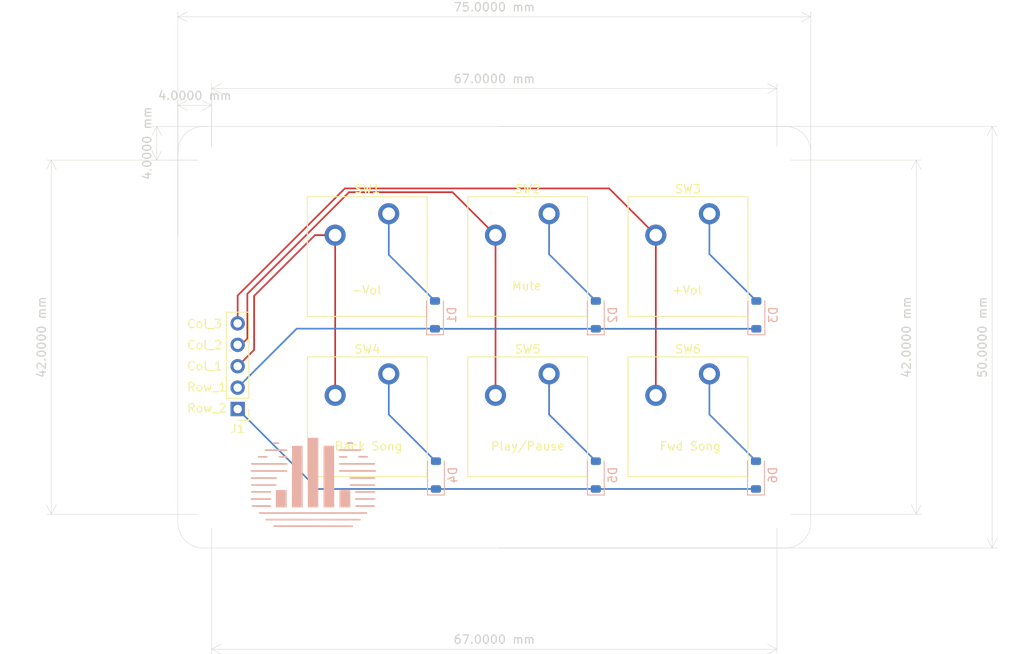
<source format=kicad_pcb>
(kicad_pcb (version 20240108) (generator "pcbnew") (generator_version "8.0")
  (layers (0 "F.Cu" signal) (31 "B.Cu" signal) (34 "B.Paste" user) (35 "F.Paste" user) (36 "B.SilkS" user "B.Silkscreen") (37 "F.SilkS" user "F.Silkscreen") (38 "B.Mask" user) (39 "F.Mask" user) (44 "Edge.Cuts" user))
  (net 0 "")
  (footprint "PCM_Switch_Keyboard_Cherry_MX:SW_Cherry_MX_PCB_1.00u" (layer "F.Cu") (at 171.95125 106.43)
    (property "Reference" "SW6" (at 0 -8 0) (layer "F.SilkS"))
    (property "Value" "SW_Push_45deg")
    (pad "" np_thru_hole circle (at -5.08 0) (size 1.75 1.75) (drill 1.75) (layers "F&B.Cu" "*.Mask"))
    (pad "" np_thru_hole circle (at 0 0) (size 4 4) (drill 4) (layers "F&B.Cu" "*.Mask"))
    (pad "" np_thru_hole circle (at 5.08 0) (size 1.75 1.75) (drill 1.75) (layers "F&B.Cu" "*.Mask"))
    (pad "1" thru_hole circle (at -3.81 -2.54) (size 2.5 2.5) (drill 1.5) (layers "*.Cu" "*.Mask"))
    (pad "2" thru_hole circle (at 2.54 -5.08) (size 2.5 2.5) (drill 1.5) (layers "*.Cu" "*.Mask"))
  )
  (footprint "PCM_Switch_Keyboard_Cherry_MX:SW_Cherry_MX_PCB_1.00u" (layer "F.Cu") (at 133.94125 87.43)
    (property "Reference" "SW1" (at 0 -8 0) (layer "F.SilkS"))
    (property "Value" "SW_Push_45deg")
    (pad "" np_thru_hole circle (at -5.08 0) (size 1.75 1.75) (drill 1.75) (layers "F&B.Cu" "*.Mask"))
    (pad "" np_thru_hole circle (at 0 0) (size 4 4) (drill 4) (layers "F&B.Cu" "*.Mask"))
    (pad "" np_thru_hole circle (at 5.08 0) (size 1.75 1.75) (drill 1.75) (layers "F&B.Cu" "*.Mask"))
    (pad "1" thru_hole circle (at -3.81 -2.54) (size 2.5 2.5) (drill 1.5) (layers "*.Cu" "*.Mask"))
    (pad "2" thru_hole circle (at 2.54 -5.08) (size 2.5 2.5) (drill 1.5) (layers "*.Cu" "*.Mask"))
  )
  (footprint "MountingHole:MountingHole_3.2mm_M3" (layer "F.Cu") (at 182.5 118)
    (property "Reference" "H4" (hide yes))
    (property "Value" "MountingHole")
    (pad "" np_thru_hole circle (at 0 0) (size 3.2 3.2) (drill 3.2) (layers "F&B.Cu" "*.Mask"))
  )
  (footprint "PCM_Switch_Keyboard_Cherry_MX:SW_Cherry_MX_PCB_1.00u" (layer "F.Cu") (at 171.95125 87.43)
    (property "Reference" "SW3" (at 0 -8 0) (layer "F.SilkS"))
    (property "Value" "SW_Push_45deg")
    (pad "" np_thru_hole circle (at -5.08 0) (size 1.75 1.75) (drill 1.75) (layers "F&B.Cu" "*.Mask"))
    (pad "" np_thru_hole circle (at 0 0) (size 4 4) (drill 4) (layers "F&B.Cu" "*.Mask"))
    (pad "" np_thru_hole circle (at 5.08 0) (size 1.75 1.75) (drill 1.75) (layers "F&B.Cu" "*.Mask"))
    (pad "1" thru_hole circle (at -3.81 -2.54) (size 2.5 2.5) (drill 1.5) (layers "*.Cu" "*.Mask"))
    (pad "2" thru_hole circle (at 2.54 -5.08) (size 2.5 2.5) (drill 1.5) (layers "*.Cu" "*.Mask"))
  )
  (footprint "PCM_Switch_Keyboard_Cherry_MX:SW_Cherry_MX_PCB_1.00u" (layer "F.Cu") (at 152.95125 87.43)
    (property "Reference" "SW2" (at 0 -8 0) (layer "F.SilkS"))
    (property "Value" "SW_Push_45deg")
    (pad "" np_thru_hole circle (at -5.08 0) (size 1.75 1.75) (drill 1.75) (layers "F&B.Cu" "*.Mask"))
    (pad "" np_thru_hole circle (at 0 0) (size 4 4) (drill 4) (layers "F&B.Cu" "*.Mask"))
    (pad "" np_thru_hole circle (at 5.08 0) (size 1.75 1.75) (drill 1.75) (layers "F&B.Cu" "*.Mask"))
    (pad "1" thru_hole circle (at -3.81 -2.54) (size 2.5 2.5) (drill 1.5) (layers "*.Cu" "*.Mask"))
    (pad "2" thru_hole circle (at 2.54 -5.08) (size 2.5 2.5) (drill 1.5) (layers "*.Cu" "*.Mask"))
  )
  (footprint "MountingHole:MountingHole_3.2mm_M3" (layer "F.Cu") (at 182.5 76)
    (property "Reference" "H1" (hide yes))
    (property "Value" "MountingHole")
    (pad "" np_thru_hole circle (at 0 0) (size 3.2 3.2) (drill 3.2) (layers "F&B.Cu" "*.Mask"))
  )
  (footprint "PCM_Switch_Keyboard_Cherry_MX:SW_Cherry_MX_PCB_1.00u" (layer "F.Cu") (at 152.95125 106.43)
    (property "Reference" "SW5" (at 0 -8 0) (layer "F.SilkS"))
    (property "Value" "SW_Push_45deg")
    (pad "" np_thru_hole circle (at -5.08 0) (size 1.75 1.75) (drill 1.75) (layers "F&B.Cu" "*.Mask"))
    (pad "" np_thru_hole circle (at 0 0) (size 4 4) (drill 4) (layers "F&B.Cu" "*.Mask"))
    (pad "" np_thru_hole circle (at 5.08 0) (size 1.75 1.75) (drill 1.75) (layers "F&B.Cu" "*.Mask"))
    (pad "1" thru_hole circle (at -3.81 -2.54) (size 2.5 2.5) (drill 1.5) (layers "*.Cu" "*.Mask"))
    (pad "2" thru_hole circle (at 2.54 -5.08) (size 2.5 2.5) (drill 1.5) (layers "*.Cu" "*.Mask"))
  )
  (footprint "PCM_Switch_Keyboard_Cherry_MX:SW_Cherry_MX_PCB_1.00u" (layer "F.Cu") (at 133.95125 106.43)
    (property "Reference" "SW4" (at 0 -8 0) (layer "F.SilkS"))
    (property "Value" "SW_Push_45deg")
    (pad "" np_thru_hole circle (at -5.08 0) (size 1.75 1.75) (drill 1.75) (layers "F&B.Cu" "*.Mask"))
    (pad "" np_thru_hole circle (at 0 0) (size 4 4) (drill 4) (layers "F&B.Cu" "*.Mask"))
    (pad "" np_thru_hole circle (at 5.08 0) (size 1.75 1.75) (drill 1.75) (layers "F&B.Cu" "*.Mask"))
    (pad "1" thru_hole circle (at -3.81 -2.54) (size 2.5 2.5) (drill 1.5) (layers "*.Cu" "*.Mask"))
    (pad "2" thru_hole circle (at 2.54 -5.08) (size 2.5 2.5) (drill 1.5) (layers "*.Cu" "*.Mask"))
  )
  (footprint "Connector_PinHeader_2.54mm:PinHeader_1x05_P2.54mm_Vertical" (layer "F.Cu") (at 118.58125 105.52 180)
    (property "Reference" "J1" (at 0 -2.33 180) (layer "F.SilkS"))
    (property "Value" "Conn_01x05_Pin")
    (pad "1" thru_hole rect (at 0 0 180) (size 1.7 1.7) (drill 1) (layers "*.Cu" "*.Mask"))
    (pad "2" thru_hole oval (at 0 2.54 180) (size 1.7 1.7) (drill 1) (layers "*.Cu" "*.Mask"))
    (pad "3" thru_hole oval (at 0 5.08 180) (size 1.7 1.7) (drill 1) (layers "*.Cu" "*.Mask"))
    (pad "4" thru_hole oval (at 0 7.62 180) (size 1.7 1.7) (drill 1) (layers "*.Cu" "*.Mask"))
    (pad "5" thru_hole oval (at 0 10.16 180) (size 1.7 1.7) (drill 1) (layers "*.Cu" "*.Mask"))
  )
  (footprint "MountingHole:MountingHole_3.2mm_M3" (layer "F.Cu") (at 115.5 118)
    (property "Reference" "H3" (hide yes))
    (property "Value" "MountingHole")
    (pad "" np_thru_hole circle (at 0 0) (size 3.2 3.2) (drill 3.2) (layers "F&B.Cu" "*.Mask"))
  )
  (footprint "MountingHole:MountingHole_3.2mm_M3" (layer "F.Cu") (at 115.5 76)
    (property "Reference" "H2" (hide yes))
    (property "Value" "MountingHole")
    (pad "" np_thru_hole circle (at 0 0) (size 3.2 3.2) (drill 3.2) (layers "F&B.Cu" "*.Mask"))
  )
  (footprint "Diode_SMD:D_SOD-123" (layer "B.Cu") (at 142.08125 113.35 90)
    (property "Reference" "D4" (at 0 2 -90) (layer "B.SilkS") (effects (justify mirror)))
    (property "Value" "1N4148W")
    (pad "1" smd roundrect (at -1.65 0 90) (size 0.9 1.2) (layers "B.Cu" "B.Paste" "B.Mask"))
    (pad "2" smd roundrect (at 1.65 0 90) (size 0.9 1.2) (layers "B.Cu" "B.Paste" "B.Mask"))
  )
  (footprint "Pics_&_CustomParts:Logo" (layer "B.Cu") (at 127.5 114 180)
    (property "Reference" "G***" (hide yes))
    (property "Value" "LOGO" (hide yes))
  )
  (footprint "Diode_SMD:D_SOD-123" (layer "B.Cu") (at 180.00875 113.35 90)
    (property "Reference" "D6" (at 0 2 -90) (layer "B.SilkS") (effects (justify mirror)))
    (property "Value" "1N4148W")
    (pad "1" smd roundrect (at -1.65 0 90) (size 0.9 1.2) (layers "B.Cu" "B.Paste" "B.Mask"))
    (pad "2" smd roundrect (at 1.65 0 90) (size 0.9 1.2) (layers "B.Cu" "B.Paste" "B.Mask"))
  )
  (footprint "Diode_SMD:D_SOD-123" (layer "B.Cu") (at 180.05625 94.35 90)
    (property "Reference" "D3" (at 0 2 -90) (layer "B.SilkS") (effects (justify mirror)))
    (property "Value" "1N4148W")
    (pad "1" smd roundrect (at -1.65 0 90) (size 0.9 1.2) (layers "B.Cu" "B.Paste" "B.Mask"))
    (pad "2" smd roundrect (at 1.65 0 90) (size 0.9 1.2) (layers "B.Cu" "B.Paste" "B.Mask"))
  )
  (footprint "Diode_SMD:D_SOD-123" (layer "B.Cu") (at 141.96875 94.35 90)
    (property "Reference" "D1" (at 0 2 -90) (layer "B.SilkS") (effects (justify mirror)))
    (property "Value" "1N4148W")
    (pad "1" smd roundrect (at -1.65 0 90) (size 0.9 1.2) (layers "B.Cu" "B.Paste" "B.Mask"))
    (pad "2" smd roundrect (at 1.65 0 90) (size 0.9 1.2) (layers "B.Cu" "B.Paste" "B.Mask"))
  )
  (footprint "Diode_SMD:D_SOD-123" (layer "B.Cu") (at 161.03125 94.35 90)
    (property "Reference" "D2" (at 0 2 -90) (layer "B.SilkS") (effects (justify mirror)))
    (property "Value" "1N4148W")
    (pad "1" smd roundrect (at -1.65 0 90) (size 0.9 1.2) (layers "B.Cu" "B.Paste" "B.Mask"))
    (pad "2" smd roundrect (at 1.65 0 90) (size 0.9 1.2) (layers "B.Cu" "B.Paste" "B.Mask"))
  )
  (footprint "Diode_SMD:D_SOD-123" (layer "B.Cu") (at 161.03125 113.35 90)
    (property "Reference" "D5" (at 0 2 -90) (layer "B.SilkS") (effects (justify mirror)))
    (property "Value" "1N4148W")
    (pad "1" smd roundrect (at -1.65 0 90) (size 0.9 1.2) (layers "B.Cu" "B.Paste" "B.Mask"))
    (pad "2" smd roundrect (at 1.65 0 90) (size 0.9 1.2) (layers "B.Cu" "B.Paste" "B.Mask"))
  )
  (gr_line (start 183.5 122) (end 114.5 122) (stroke (width 0.05)) (layer "Edge.Cuts"))
  (gr_line (start 114.5 72) (end 183.5 72) (stroke (width 0.05)) (layer "Edge.Cuts"))
  (gr_line (start 111.5 75) (end 111.5 119) (stroke (width 0.05)) (layer "Edge.Cuts"))
  (gr_arc (start 183.5 72) (mid 185.62132 72.87868) (end 186.5 75) (stroke (width 0.05)) (layer "Edge.Cuts"))
  (gr_arc (start 111.5 75) (mid 112.37868 72.87868) (end 114.5 72) (stroke (width 0.05)) (layer "Edge.Cuts"))
  (gr_arc (start 114.5 122) (mid 112.37868 121.12132) (end 111.5 119) (stroke (width 0.05)) (layer "Edge.Cuts"))
  (gr_line (start 186.5 75) (end 186.5 119) (stroke (width 0.05)) (layer "Edge.Cuts"))
  (gr_arc (start 186.5 119) (mid 185.62132 121.12132) (end 183.5 122) (stroke (width 0.05)) (layer "Edge.Cuts"))
  (gr_text "+Vol" (at 170 92 0) (layer "F.SilkS") (effects (font (size 1 1)) (justify left bottom)))
  (gr_text "-Vol" (at 132 92 0) (layer "F.SilkS") (effects (font (size 1 1)) (justify left bottom)))
  (gr_text "Fwd Song\n" (at 168.5 110.5 0) (layer "F.SilkS") (effects (font (size 1 1)) (justify left bottom)))
  (gr_text "Play/Pause" (at 148.5 110.5 0) (layer "F.SilkS") (effects (font (size 1 1)) (justify left bottom)))
  (gr_text "Col_3" (at 112.5 96 0) (layer "F.SilkS") (effects (font (size 1 1)) (justify left bottom)))
  (gr_text "Col_1\n" (at 112.5 101 0) (layer "F.SilkS") (effects (font (size 1 1)) (justify left bottom)))
  (gr_text "Back Song" (at 130 110.5 0) (layer "F.SilkS") (effects (font (size 1 1)) (justify left bottom)))
  (gr_text "Col_2\n" (at 112.5 98.5 0) (layer "F.SilkS") (effects (font (size 1 1)) (justify left bottom)))
  (gr_text "Row_1\n" (at 112.5 103.5 0) (layer "F.SilkS") (effects (font (size 1 1)) (justify left bottom)))
  (gr_text "Mute" (at 151 91.5 0) (layer "F.SilkS") (effects (font (size 1 1)) (justify left bottom)))
  (gr_text "Row_2" (at 112.5 106 0) (layer "F.SilkS") (effects (font (size 1 1)) (justify left bottom)))
  (dimension (type aligned) (layer "Edge.Cuts") (pts (xy 111.5 85.5) (xy 186.5 85.5)) (height -26.5) (gr_text "75.0000 mm" (at 149 57.85 0) (layer "Edge.Cuts") (effects (font (size 1 1) (thickness 0.15)))) (format (prefix "") (suffix "") (units 3) (units_format 1) (precision 4)) (style (thickness 0.05) (arrow_length 1.27) (text_position_mode 0) (extension_height 0.58642) (extension_offset 0.5) keep_text_aligned))
  (dimension (type aligned) (layer "Edge.Cuts") (pts (xy 115.5 76) (xy 111.5 76)) (height 6.5) (gr_text "4.0000 mm" (at 113.5 68.35 0) (layer "Edge.Cuts") (effects (font (size 1 1) (thickness 0.15)))) (format (prefix "") (suffix "") (units 3) (units_format 1) (precision 4)) (style (thickness 0.05) (arrow_length 1.27) (text_position_mode 0) (extension_height 0.58642) (extension_offset 0.5) keep_text_aligned))
  (dimension (type aligned) (layer "Edge.Cuts") (pts (xy 115.5 76) (xy 115.5 118)) (height 19) (gr_text "42.0000 mm" (at 95.35 97 90) (layer "Edge.Cuts") (effects (font (size 1 1) (thickness 0.15)))) (format (prefix "") (suffix "") (units 3) (units_format 1) (precision 4)) (style (thickness 0.05) (arrow_length 1.27) (text_position_mode 0) (extension_height 0.58642) (extension_offset 0.5) keep_text_aligned))
  (dimension (type aligned) (layer "Edge.Cuts") (pts (xy 182.5 118) (xy 115.5 118)) (height -16) (gr_text "67.0000 mm" (at 149 132.85 0) (layer "Edge.Cuts") (effects (font (size 1 1) (thickness 0.15)))) (format (prefix "") (suffix "") (units 3) (units_format 1) (precision 4)) (style (thickness 0.05) (arrow_length 1.27) (text_position_mode 0) (extension_height 0.58642) (extension_offset 0.5) keep_text_aligned))
  (dimension (type aligned) (layer "Edge.Cuts") (pts (xy 115.5 76) (xy 115.5 72)) (height -6.5) (gr_text "4.0000 mm" (at 107.85 74 90) (layer "Edge.Cuts") (effects (font (size 1 1) (thickness 0.15)))) (format (prefix "") (suffix "") (units 3) (units_format 1) (precision 4)) (style (thickness 0.05) (arrow_length 1.27) (text_position_mode 0) (extension_height 0.58642) (extension_offset 0.5) keep_text_aligned))
  (dimension (type aligned) (layer "Edge.Cuts") (pts (xy 149 72) (xy 149 122)) (height -59) (gr_text "50.0000 mm" (at 206.85 97 90) (layer "Edge.Cuts") (effects (font (size 1 1) (thickness 0.15)))) (format (prefix "") (suffix "") (units 3) (units_format 1) (precision 4)) (style (thickness 0.05) (arrow_length 1.27) (text_position_mode 0) (extension_height 0.58642) (extension_offset 0.5) keep_text_aligned))
  (dimension (type aligned) (layer "Edge.Cuts") (pts (xy 115.5 76) (xy 182.5 76)) (height -8.5) (gr_text "67.0000 mm" (at 149 66.35 0) (layer "Edge.Cuts") (effects (font (size 1 1) (thickness 0.15)))) (format (prefix "") (suffix "") (units 3) (units_format 1) (precision 4)) (style (thickness 0.05) (arrow_length 1.27) (text_position_mode 0) (extension_height 0.58642) (extension_offset 0.5) keep_text_aligned))
  (dimension (type aligned) (layer "Edge.Cuts") (pts (xy 182.5 76) (xy 182.5 118)) (height -16.5) (gr_text "42.0000 mm" (at 197.85 97 90) (layer "Edge.Cuts") (effects (font (size 1 1) (thickness 0.15)))) (format (prefix "") (suffix "") (units 3) (units_format 1) (precision 4)) (style (thickness 0.05) (arrow_length 1.27) (text_position_mode 0) (extension_height 0.58642) (extension_offset 0.5) keep_text_aligned))
  (segment (start 118.58125 100.44) (end 118.59125 100.44) (width 0.2) (layer "F.Cu") (net 0))
  (segment (start 118.58125 92.05) (end 131.28125 79.35) (width 0.2) (layer "F.Cu") (net 0))
  (segment (start 131.28125 79.35) (end 162.60125 79.35) (width 0.2) (layer "F.Cu") (net 0))
  (segment (start 119.73125 91.85) (end 131.78125 79.8) (width 0.2) (layer "F.Cu") (net 0))
  (segment (start 131.78125 79.8) (end 144.05125 79.8) (width 0.2) (layer "F.Cu") (net 0))
  (segment (start 162.60125 79.35) (end 168.14125 84.89) (width 0.2) (layer "F.Cu") (net 0))
  (segment (start 119.73125 97.15) (end 119.73125 91.85) (width 0.2) (layer "F.Cu") (net 0))
  (segment (start 118.58125 97.9) (end 118.98125 97.9) (width 0.2) (layer "F.Cu") (net 0))
  (segment (start 120.53125 92.1) (end 127.74125 84.89) (width 0.2) (layer "F.Cu") (net 0))
  (segment (start 118.59125 100.44) (end 120.53125 98.5) (width 0.2) (layer "F.Cu") (net 0))
  (segment (start 127.74125 84.89) (end 130.13125 84.89) (width 0.2) (layer "F.Cu") (net 0))
  (segment (start 149.14125 84.89) (end 149.14125 103.89) (width 0.2) (layer "F.Cu") (net 0))
  (segment (start 130.14125 84.89) (end 130.14125 103.89) (width 0.2) (layer "F.Cu") (net 0))
  (segment (start 118.98125 97.9) (end 119.73125 97.15) (width 0.2) (layer "F.Cu") (net 0))
  (segment (start 144.05125 79.8) (end 149.14125 84.89) (width 0.2) (layer "F.Cu") (net 0))
  (segment (start 168.14125 84.89) (end 168.14125 103.89) (width 0.2) (layer "F.Cu") (net 0))
  (segment (start 120.53125 98.5) (end 120.53125 92.1) (width 0.2) (layer "F.Cu") (net 0))
  (segment (start 118.58125 95.36) (end 118.58125 92.05) (width 0.2) (layer "F.Cu") (net 0))
  (segment (start 136.49125 106.16) (end 142.08125 111.75) (width 0.2) (layer "B.Cu") (net 0))
  (segment (start 141.96875 95.9775) (end 142.04125 96.05) (width 0.2) (layer "B.Cu") (net 0))
  (segment (start 174.49125 82.35) (end 174.49125 87.135) (width 0.2) (layer "B.Cu") (net 0))
  (segment (start 174.49125 101.35) (end 174.49125 106.16) (width 0.2) (layer "B.Cu") (net 0))
  (segment (start 125.58375 95.9775) (end 141.96875 95.9775) (width 0.2) (layer "B.Cu") (net 0))
  (segment (start 160.98125 96.05) (end 161.03125 96) (width 0.2) (layer "B.Cu") (net 0))
  (segment (start 180.00875 95.9775) (end 180.03125 96) (width 0.2) (layer "B.Cu") (net 0))
  (segment (start 155.49125 101.35) (end 155.49125 106.16) (width 0.2) (layer "B.Cu") (net 0))
  (segment (start 161.03125 96) (end 180.05625 96) (width 0.2) (layer "B.Cu") (net 0))
  (segment (start 174.49125 87.135) (end 180.05625 92.7) (width 0.2) (layer "B.Cu") (net 0))
  (segment (start 155.49125 87.16) (end 161.03125 92.7) (width 0.2) (layer "B.Cu") (net 0))
  (segment (start 174.49125 106.16) (end 180.00875 111.6775) (width 0.2) (layer "B.Cu") (net 0))
  (segment (start 161.03125 115) (end 180.00875 115) (width 0.2) (layer "B.Cu") (net 0))
  (segment (start 141.96875 96) (end 161.03125 96) (width 0.2) (layer "B.Cu") (net 0))
  (segment (start 136.49125 101.35) (end 136.49125 106.16) (width 0.2) (layer "B.Cu") (net 0))
  (segment (start 142.08125 115) (end 161.03125 115) (width 0.2) (layer "B.Cu") (net 0))
  (segment (start 155.49125 106.16) (end 161.03125 111.7) (width 0.2) (layer "B.Cu") (net 0))
  (segment (start 136.49125 82.35) (end 136.49125 87.2225) (width 0.2) (layer "B.Cu") (net 0))
  (segment (start 155.49125 82.35) (end 155.49125 87.16) (width 0.2) (layer "B.Cu") (net 0))
  (segment (start 118.58125 105.52) (end 128.06125 115) (width 0.2) (layer "B.Cu") (net 0))
  (segment (start 136.49125 87.2225) (end 141.96875 92.7) (width 0.2) (layer "B.Cu") (net 0))
  (segment (start 128.06125 115) (end 142.08125 115) (width 0.2) (layer "B.Cu") (net 0))
  (segment (start 118.58125 102.98) (end 125.58375 95.9775) (width 0.2) (layer "B.Cu") (net 0))
)
</source>
